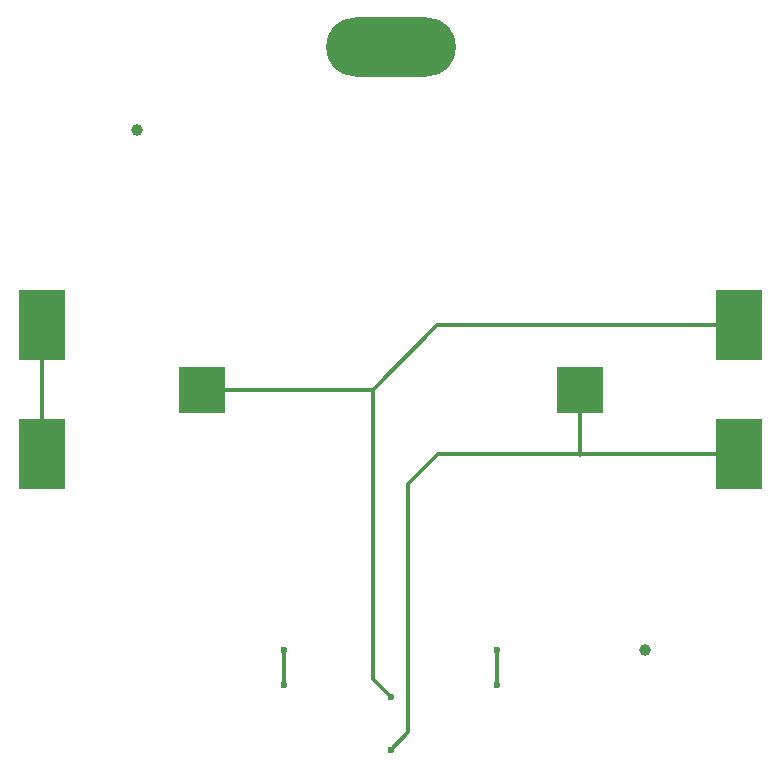
<source format=gbr>
G04 #@! TF.GenerationSoftware,KiCad,Pcbnew,5.1.5+dfsg1-2build2*
G04 #@! TF.CreationDate,2021-12-15T11:20:51+01:00*
G04 #@! TF.ProjectId,BitBadge,42697442-6164-4676-952e-6b696361645f,rev?*
G04 #@! TF.SameCoordinates,Original*
G04 #@! TF.FileFunction,Copper,L2,Bot*
G04 #@! TF.FilePolarity,Positive*
%FSLAX46Y46*%
G04 Gerber Fmt 4.6, Leading zero omitted, Abs format (unit mm)*
G04 Created by KiCad (PCBNEW 5.1.5+dfsg1-2build2) date 2021-12-15 11:20:51*
%MOMM*%
%LPD*%
G04 APERTURE LIST*
%ADD10O,11.000000X5.000000*%
%ADD11C,0.900000*%
%ADD12R,4.000000X4.000000*%
%ADD13R,4.000000X6.000000*%
%ADD14C,1.000000*%
%ADD15C,0.600000*%
%ADD16C,0.300000*%
G04 APERTURE END LIST*
D10*
X100000000Y-71000000D03*
D11*
X104500000Y-71000000D03*
X104000000Y-72250000D03*
X96000000Y-72250000D03*
X95500000Y-71000000D03*
X96000000Y-69750000D03*
X104000000Y-69750000D03*
D12*
X84000000Y-100000000D03*
X116000000Y-100000000D03*
D13*
X70500000Y-105450000D03*
X129500000Y-105450000D03*
X70500000Y-94550000D03*
X129500000Y-94550000D03*
D14*
X121500000Y-122000000D03*
X78500000Y-78000000D03*
D15*
X100000000Y-130500000D03*
X100000000Y-126000000D03*
X91000000Y-122000000D03*
X91000000Y-125000000D03*
X109000000Y-122000000D03*
X109000000Y-125000000D03*
D16*
X70500000Y-94550000D02*
X70500000Y-105450000D01*
X100000000Y-130500000D02*
X101500000Y-129000000D01*
X101500000Y-108000000D02*
X104050000Y-105450000D01*
X101500000Y-129000000D02*
X101500000Y-108000000D01*
X116000000Y-100000000D02*
X116000000Y-105450000D01*
X116000000Y-105450000D02*
X116000000Y-105500000D01*
X116000000Y-105500000D02*
X116000000Y-105450000D01*
X104050000Y-105450000D02*
X116000000Y-105450000D01*
X116000000Y-105450000D02*
X129500000Y-105450000D01*
X97000000Y-100000000D02*
X98500000Y-100000000D01*
X129500000Y-94550000D02*
X103950000Y-94550000D01*
X103950000Y-94550000D02*
X98500000Y-100000000D01*
X98500000Y-100000000D02*
X98500000Y-101500000D01*
X97000000Y-100000000D02*
X84000000Y-100000000D01*
X98500000Y-124500000D02*
X98500000Y-101500000D01*
X100000000Y-126000000D02*
X98500000Y-124500000D01*
X91000000Y-122000000D02*
X91000000Y-125000000D01*
X109000000Y-122000000D02*
X109000000Y-125000000D01*
M02*

</source>
